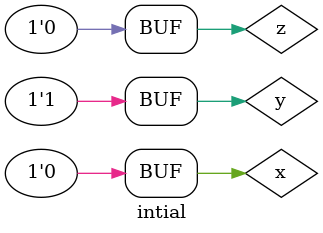
<source format=v>

module intial ;
reg x,y,z;
initial 
$monitor("time=%0t x=%b y=%b z=%b",$time,x,y,z);
initial begin
#10 x=0;
#10 x=0;
end 

initial begin
#5 y=0;
#5 y=1;
end 

initial begin
#3 z=0;
end



endmodule 


</source>
